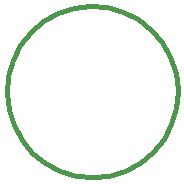
<source format=gbr>
G04 (created by PCBNEW-RS274X (2011-05-25)-stable) date Mon 20 Aug 2012 19:38:16 BST*
G01*
G70*
G90*
%MOIN*%
G04 Gerber Fmt 3.4, Leading zero omitted, Abs format*
%FSLAX34Y34*%
G04 APERTURE LIST*
%ADD10C,0.006000*%
%ADD11C,0.015000*%
%ADD12C,0.138100*%
%ADD13C,0.065000*%
%ADD14R,0.142000X0.102700*%
G04 APERTURE END LIST*
G54D10*
G54D11*
X42224Y-39370D02*
X42169Y-39924D01*
X42008Y-40457D01*
X41747Y-40949D01*
X41395Y-41381D01*
X40965Y-41736D01*
X40475Y-42000D01*
X39943Y-42165D01*
X39389Y-42223D01*
X38836Y-42173D01*
X38301Y-42016D01*
X37808Y-41758D01*
X37374Y-41409D01*
X37016Y-40982D01*
X36747Y-40494D01*
X36579Y-39963D01*
X36517Y-39409D01*
X36563Y-38855D01*
X36717Y-38320D01*
X36972Y-37824D01*
X37318Y-37388D01*
X37742Y-37027D01*
X38228Y-36755D01*
X38758Y-36583D01*
X39311Y-36517D01*
X39865Y-36560D01*
X40402Y-36710D01*
X40899Y-36961D01*
X41338Y-37304D01*
X41702Y-37725D01*
X41977Y-38210D01*
X42153Y-38738D01*
X42222Y-39291D01*
X42224Y-39370D01*
%LPC*%
G54D12*
X39370Y-38780D03*
G54D13*
X40453Y-40846D03*
G54D14*
X39370Y-41535D03*
X39370Y-37205D03*
M02*

</source>
